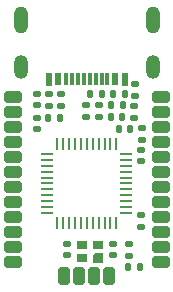
<source format=gbr>
%TF.GenerationSoftware,KiCad,Pcbnew,(6.0.8)*%
%TF.CreationDate,2022-10-31T23:03:35+01:00*%
%TF.ProjectId,epi,6570692e-6b69-4636-9164-5f7063625858,rev?*%
%TF.SameCoordinates,Original*%
%TF.FileFunction,Soldermask,Top*%
%TF.FilePolarity,Negative*%
%FSLAX46Y46*%
G04 Gerber Fmt 4.6, Leading zero omitted, Abs format (unit mm)*
G04 Created by KiCad (PCBNEW (6.0.8)) date 2022-10-31 23:03:35*
%MOMM*%
%LPD*%
G01*
G04 APERTURE LIST*
G04 Aperture macros list*
%AMRoundRect*
0 Rectangle with rounded corners*
0 $1 Rounding radius*
0 $2 $3 $4 $5 $6 $7 $8 $9 X,Y pos of 4 corners*
0 Add a 4 corners polygon primitive as box body*
4,1,4,$2,$3,$4,$5,$6,$7,$8,$9,$2,$3,0*
0 Add four circle primitives for the rounded corners*
1,1,$1+$1,$2,$3*
1,1,$1+$1,$4,$5*
1,1,$1+$1,$6,$7*
1,1,$1+$1,$8,$9*
0 Add four rect primitives between the rounded corners*
20,1,$1+$1,$2,$3,$4,$5,0*
20,1,$1+$1,$4,$5,$6,$7,0*
20,1,$1+$1,$6,$7,$8,$9,0*
20,1,$1+$1,$8,$9,$2,$3,0*%
%AMOutline5P*
0 Free polygon, 5 corners , with rotation*
0 The origin of the aperture is its center*
0 number of corners: always 5*
0 $1 to $10 corner X, Y*
0 $11 Rotation angle, in degrees counterclockwise*
0 create outline with 5 corners*
4,1,5,$1,$2,$3,$4,$5,$6,$7,$8,$9,$10,$1,$2,$11*%
%AMOutline6P*
0 Free polygon, 6 corners , with rotation*
0 The origin of the aperture is its center*
0 number of corners: always 6*
0 $1 to $12 corner X, Y*
0 $13 Rotation angle, in degrees counterclockwise*
0 create outline with 6 corners*
4,1,6,$1,$2,$3,$4,$5,$6,$7,$8,$9,$10,$11,$12,$1,$2,$13*%
%AMOutline7P*
0 Free polygon, 7 corners , with rotation*
0 The origin of the aperture is its center*
0 number of corners: always 7*
0 $1 to $14 corner X, Y*
0 $15 Rotation angle, in degrees counterclockwise*
0 create outline with 7 corners*
4,1,7,$1,$2,$3,$4,$5,$6,$7,$8,$9,$10,$11,$12,$13,$14,$1,$2,$15*%
%AMOutline8P*
0 Free polygon, 8 corners , with rotation*
0 The origin of the aperture is its center*
0 number of corners: always 8*
0 $1 to $16 corner X, Y*
0 $17 Rotation angle, in degrees counterclockwise*
0 create outline with 8 corners*
4,1,8,$1,$2,$3,$4,$5,$6,$7,$8,$9,$10,$11,$12,$13,$14,$15,$16,$1,$2,$17*%
G04 Aperture macros list end*
%ADD10RoundRect,0.140000X0.170000X-0.140000X0.170000X0.140000X-0.170000X0.140000X-0.170000X-0.140000X0*%
%ADD11RoundRect,0.135000X-0.185000X0.135000X-0.185000X-0.135000X0.185000X-0.135000X0.185000X0.135000X0*%
%ADD12RoundRect,0.135000X0.135000X0.185000X-0.135000X0.185000X-0.135000X-0.185000X0.135000X-0.185000X0*%
%ADD13RoundRect,0.140000X-0.140000X-0.170000X0.140000X-0.170000X0.140000X0.170000X-0.140000X0.170000X0*%
%ADD14RoundRect,0.062500X-0.062500X0.475000X-0.062500X-0.475000X0.062500X-0.475000X0.062500X0.475000X0*%
%ADD15RoundRect,0.062500X-0.475000X0.062500X-0.475000X-0.062500X0.475000X-0.062500X0.475000X0.062500X0*%
%ADD16RoundRect,0.147500X-0.172500X0.147500X-0.172500X-0.147500X0.172500X-0.147500X0.172500X0.147500X0*%
%ADD17RoundRect,0.135000X0.185000X-0.135000X0.185000X0.135000X-0.185000X0.135000X-0.185000X-0.135000X0*%
%ADD18RoundRect,0.250000X-0.250000X0.500000X-0.250000X-0.500000X0.250000X-0.500000X0.250000X0.500000X0*%
%ADD19RoundRect,0.147500X-0.147500X-0.172500X0.147500X-0.172500X0.147500X0.172500X-0.147500X0.172500X0*%
%ADD20RoundRect,0.140000X-0.170000X0.140000X-0.170000X-0.140000X0.170000X-0.140000X0.170000X0.140000X0*%
%ADD21RoundRect,0.250000X-0.500000X-0.250000X0.500000X-0.250000X0.500000X0.250000X-0.500000X0.250000X0*%
%ADD22Outline5P,-0.450000X0.160000X-0.210000X0.400000X0.450000X0.400000X0.450000X-0.400000X-0.450000X-0.400000X0.000000*%
%ADD23R,0.900000X0.800000*%
%ADD24R,0.615500X1.000000*%
%ADD25R,0.307750X1.000000*%
%ADD26R,0.607750X0.300000*%
%ADD27O,1.200000X2.300000*%
%ADD28O,1.200000X2.000000*%
%ADD29RoundRect,0.135000X-0.135000X-0.185000X0.135000X-0.185000X0.135000X0.185000X-0.135000X0.185000X0*%
G04 APERTURE END LIST*
D10*
%TO.C,C8*%
X95800000Y-46930000D03*
X95800000Y-45970000D03*
%TD*%
D11*
%TO.C,RV1*%
X101000000Y-44890000D03*
X101000000Y-45910000D03*
%TD*%
D12*
%TO.C,R4*%
X101310000Y-44000000D03*
X100290000Y-44000000D03*
%TD*%
D13*
%TO.C,C1*%
X102060000Y-45900000D03*
X103020000Y-45900000D03*
%TD*%
D14*
%TO.C,U1*%
X102500000Y-48212500D03*
X102000000Y-48212500D03*
X101500000Y-48212500D03*
X101000000Y-48212500D03*
X100500000Y-48212500D03*
X100000000Y-48212500D03*
X99500000Y-48212500D03*
X99000000Y-48212500D03*
X98500000Y-48212500D03*
X98000000Y-48212500D03*
X97500000Y-48212500D03*
D15*
X96662500Y-49050000D03*
X96662500Y-49550000D03*
X96662500Y-50050000D03*
X96662500Y-50550000D03*
X96662500Y-51050000D03*
X96662500Y-51550000D03*
X96662500Y-52050000D03*
X96662500Y-52550000D03*
X96662500Y-53050000D03*
X96662500Y-53550000D03*
X96662500Y-54050000D03*
D14*
X97500000Y-54887500D03*
X98000000Y-54887500D03*
X98500000Y-54887500D03*
X99000000Y-54887500D03*
X99500000Y-54887500D03*
X100000000Y-54887500D03*
X100500000Y-54887500D03*
X101000000Y-54887500D03*
X101500000Y-54887500D03*
X102000000Y-54887500D03*
X102500000Y-54887500D03*
D15*
X103337500Y-54050000D03*
X103337500Y-53550000D03*
X103337500Y-53050000D03*
X103337500Y-52550000D03*
X103337500Y-52050000D03*
X103337500Y-51550000D03*
X103337500Y-51050000D03*
X103337500Y-50550000D03*
X103337500Y-50050000D03*
X103337500Y-49550000D03*
X103337500Y-49050000D03*
%TD*%
D16*
%TO.C,D2*%
X103550000Y-56682500D03*
X103550000Y-57652500D03*
%TD*%
D11*
%TO.C,R2*%
X99950000Y-44890000D03*
X99950000Y-45910000D03*
%TD*%
%TO.C,R6*%
X104650000Y-46840000D03*
X104650000Y-47860000D03*
%TD*%
D17*
%TO.C,R7*%
X104600000Y-55260000D03*
X104600000Y-54240000D03*
%TD*%
D11*
%TO.C,R1*%
X97775000Y-43940000D03*
X97775000Y-44960000D03*
%TD*%
D18*
%TO.C,J3*%
X101900000Y-59400000D03*
X100630000Y-59400000D03*
X99360000Y-59400000D03*
X98090000Y-59400000D03*
%TD*%
D12*
%TO.C,FB1*%
X97760000Y-46000000D03*
X96740000Y-46000000D03*
%TD*%
D17*
%TO.C,RV2*%
X96825000Y-44960000D03*
X96825000Y-43940000D03*
%TD*%
D12*
%TO.C,R3*%
X103060000Y-44950000D03*
X102040000Y-44950000D03*
%TD*%
D19*
%TO.C,D1*%
X102715000Y-46950000D03*
X103685000Y-46950000D03*
%TD*%
D20*
%TO.C,C6*%
X102200000Y-56670000D03*
X102200000Y-57630000D03*
%TD*%
D21*
%TO.C,J1*%
X93750000Y-44250000D03*
X93750000Y-45520000D03*
X93750000Y-46790000D03*
X93750000Y-48060000D03*
X93750000Y-49330000D03*
X93750000Y-50600000D03*
X93750000Y-51870000D03*
X93750000Y-53140000D03*
X93750000Y-54410000D03*
X93750000Y-55680000D03*
X93750000Y-56950000D03*
X93750000Y-58220000D03*
%TD*%
D10*
%TO.C,C4*%
X104000000Y-45980000D03*
X104000000Y-45020000D03*
%TD*%
D22*
%TO.C,Y1*%
X100950000Y-57850000D03*
D23*
X99550000Y-56750000D03*
X99550000Y-57850000D03*
X100950000Y-56750000D03*
%TD*%
D10*
%TO.C,C2*%
X104600000Y-49680000D03*
X104600000Y-48720000D03*
%TD*%
D12*
%TO.C,R8*%
X104510000Y-58600000D03*
X103490000Y-58600000D03*
%TD*%
D24*
%TO.C,J4*%
X96800000Y-42705000D03*
X103200000Y-42705000D03*
X102400000Y-42705000D03*
D25*
X101250923Y-42705000D03*
X100249970Y-42705000D03*
X99751169Y-42705860D03*
X98750589Y-42705000D03*
D24*
X97600000Y-42705000D03*
D25*
X98247811Y-42705000D03*
X99250692Y-42705860D03*
X100750447Y-42705000D03*
X101750000Y-42705000D03*
D26*
X96800000Y-43105000D03*
X103200000Y-43105000D03*
D27*
X105600000Y-37705000D03*
D28*
X105600000Y-41705000D03*
D27*
X94400000Y-37705000D03*
D28*
X94400000Y-41705000D03*
%TD*%
D20*
%TO.C,C3*%
X104100000Y-43170000D03*
X104100000Y-44130000D03*
%TD*%
D10*
%TO.C,C5*%
X98300000Y-57630000D03*
X98300000Y-56670000D03*
%TD*%
D29*
%TO.C,R5*%
X102190000Y-44000000D03*
X103210000Y-44000000D03*
%TD*%
D10*
%TO.C,C7*%
X95800000Y-44905000D03*
X95800000Y-43945000D03*
%TD*%
D21*
%TO.C,J2*%
X106250000Y-44250000D03*
X106250000Y-45520000D03*
X106250000Y-46790000D03*
X106250000Y-48060000D03*
X106250000Y-49330000D03*
X106250000Y-50600000D03*
X106250000Y-51870000D03*
X106250000Y-53140000D03*
X106250000Y-54410000D03*
X106250000Y-55680000D03*
X106250000Y-56950000D03*
X106250000Y-58220000D03*
%TD*%
M02*

</source>
